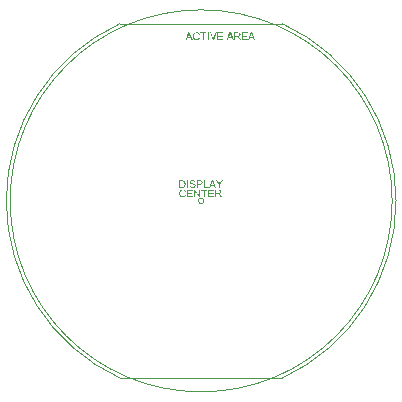
<source format=gm1>
G04*
G04 #@! TF.GenerationSoftware,Altium Limited,Altium Designer,20.1.7 (139)*
G04*
G04 Layer_Color=16711935*
%FSLAX44Y44*%
%MOMM*%
G71*
G04*
G04 #@! TF.SameCoordinates,99CDB543-8891-4245-8F14-29871282C811*
G04*
G04*
G04 #@! TF.FilePolarity,Positive*
G04*
G01*
G75*
%ADD10C,0.1000*%
%ADD147C,0.0250*%
G36*
X-3662Y142672D02*
X-3579Y142663D01*
X-3477Y142654D01*
X-3376Y142645D01*
X-3255Y142617D01*
X-3006Y142561D01*
X-2729Y142478D01*
X-2590Y142423D01*
X-2460Y142358D01*
X-2331Y142275D01*
X-2201Y142191D01*
X-2192Y142182D01*
X-2174Y142173D01*
X-2137Y142145D01*
X-2091Y142099D01*
X-2044Y142053D01*
X-1980Y141988D01*
X-1915Y141914D01*
X-1841Y141840D01*
X-1767Y141748D01*
X-1693Y141637D01*
X-1610Y141526D01*
X-1536Y141406D01*
X-1471Y141267D01*
X-1397Y141128D01*
X-1342Y140980D01*
X-1286Y140814D01*
X-2118Y140620D01*
Y140629D01*
X-2128Y140647D01*
X-2146Y140684D01*
X-2165Y140731D01*
X-2183Y140786D01*
X-2211Y140860D01*
X-2285Y141008D01*
X-2377Y141174D01*
X-2488Y141341D01*
X-2627Y141498D01*
X-2775Y141637D01*
X-2793Y141655D01*
X-2849Y141692D01*
X-2941Y141738D01*
X-3061Y141803D01*
X-3219Y141859D01*
X-3394Y141914D01*
X-3607Y141951D01*
X-3838Y141960D01*
X-3912D01*
X-3958Y141951D01*
X-4023D01*
X-4097Y141942D01*
X-4272Y141914D01*
X-4467Y141877D01*
X-4670Y141812D01*
X-4883Y141720D01*
X-5077Y141600D01*
X-5086D01*
X-5095Y141581D01*
X-5160Y141535D01*
X-5243Y141461D01*
X-5345Y141350D01*
X-5465Y141211D01*
X-5576Y141054D01*
X-5678Y140860D01*
X-5770Y140647D01*
Y140638D01*
X-5780Y140620D01*
X-5789Y140592D01*
X-5798Y140546D01*
X-5817Y140490D01*
X-5835Y140426D01*
X-5863Y140268D01*
X-5900Y140084D01*
X-5937Y139880D01*
X-5955Y139658D01*
X-5964Y139418D01*
Y139409D01*
Y139381D01*
Y139335D01*
Y139279D01*
X-5955Y139214D01*
Y139131D01*
X-5946Y139039D01*
X-5937Y138937D01*
X-5909Y138715D01*
X-5863Y138475D01*
X-5807Y138234D01*
X-5733Y137994D01*
Y137985D01*
X-5724Y137966D01*
X-5706Y137938D01*
X-5687Y137892D01*
X-5632Y137781D01*
X-5548Y137652D01*
X-5447Y137504D01*
X-5317Y137347D01*
X-5169Y137208D01*
X-4994Y137079D01*
X-4984D01*
X-4966Y137069D01*
X-4938Y137051D01*
X-4901Y137032D01*
X-4855Y137014D01*
X-4800Y136986D01*
X-4670Y136931D01*
X-4504Y136875D01*
X-4319Y136829D01*
X-4115Y136792D01*
X-3903Y136783D01*
X-3838D01*
X-3783Y136792D01*
X-3718D01*
X-3653Y136801D01*
X-3487Y136838D01*
X-3293Y136884D01*
X-3098Y136959D01*
X-2895Y137060D01*
X-2793Y137116D01*
X-2701Y137190D01*
X-2691Y137199D01*
X-2682Y137208D01*
X-2655Y137236D01*
X-2618Y137264D01*
X-2581Y137310D01*
X-2534Y137365D01*
X-2479Y137421D01*
X-2433Y137495D01*
X-2377Y137578D01*
X-2313Y137670D01*
X-2257Y137763D01*
X-2201Y137874D01*
X-2155Y137994D01*
X-2109Y138123D01*
X-2063Y138262D01*
X-2026Y138410D01*
X-1175Y138197D01*
Y138188D01*
X-1185Y138151D01*
X-1203Y138096D01*
X-1231Y138022D01*
X-1259Y137938D01*
X-1295Y137837D01*
X-1342Y137726D01*
X-1397Y137606D01*
X-1527Y137347D01*
X-1693Y137088D01*
X-1795Y136959D01*
X-1896Y136829D01*
X-2007Y136718D01*
X-2137Y136607D01*
X-2146Y136598D01*
X-2165Y136579D01*
X-2211Y136561D01*
X-2257Y136524D01*
X-2331Y136478D01*
X-2405Y136432D01*
X-2507Y136385D01*
X-2608Y136339D01*
X-2729Y136284D01*
X-2858Y136237D01*
X-2997Y136191D01*
X-3145Y136145D01*
X-3302Y136108D01*
X-3468Y136089D01*
X-3644Y136071D01*
X-3829Y136062D01*
X-3930D01*
X-4004Y136071D01*
X-4088D01*
X-4189Y136080D01*
X-4300Y136099D01*
X-4430Y136117D01*
X-4698Y136163D01*
X-4975Y136237D01*
X-5253Y136339D01*
X-5382Y136404D01*
X-5511Y136478D01*
X-5521Y136487D01*
X-5539Y136496D01*
X-5576Y136524D01*
X-5613Y136561D01*
X-5669Y136598D01*
X-5733Y136653D01*
X-5807Y136718D01*
X-5881Y136792D01*
X-5955Y136875D01*
X-6038Y136959D01*
X-6205Y137171D01*
X-6362Y137421D01*
X-6501Y137698D01*
Y137707D01*
X-6519Y137735D01*
X-6528Y137781D01*
X-6556Y137837D01*
X-6575Y137911D01*
X-6602Y138003D01*
X-6639Y138105D01*
X-6667Y138216D01*
X-6695Y138336D01*
X-6732Y138475D01*
X-6778Y138761D01*
X-6815Y139085D01*
X-6834Y139418D01*
Y139427D01*
Y139464D01*
Y139520D01*
X-6824Y139584D01*
Y139677D01*
X-6815Y139769D01*
X-6806Y139889D01*
X-6787Y140009D01*
X-6741Y140278D01*
X-6676Y140574D01*
X-6584Y140869D01*
X-6454Y141156D01*
X-6445Y141165D01*
X-6436Y141193D01*
X-6417Y141230D01*
X-6381Y141276D01*
X-6344Y141341D01*
X-6297Y141415D01*
X-6177Y141581D01*
X-6020Y141766D01*
X-5835Y141951D01*
X-5622Y142136D01*
X-5373Y142293D01*
X-5364Y142302D01*
X-5336Y142312D01*
X-5299Y142330D01*
X-5253Y142358D01*
X-5179Y142386D01*
X-5105Y142413D01*
X-5012Y142450D01*
X-4911Y142487D01*
X-4800Y142524D01*
X-4679Y142561D01*
X-4421Y142617D01*
X-4125Y142663D01*
X-3819Y142682D01*
X-3727D01*
X-3662Y142672D01*
D02*
G37*
G36*
X10520Y136173D02*
X9633D01*
X7155Y142570D01*
X8080D01*
X9744Y137920D01*
Y137911D01*
X9753Y137892D01*
X9762Y137865D01*
X9781Y137828D01*
X9790Y137772D01*
X9808Y137717D01*
X9855Y137578D01*
X9910Y137421D01*
X9966Y137245D01*
X10077Y136875D01*
Y136884D01*
X10086Y136903D01*
X10095Y136931D01*
X10104Y136968D01*
X10132Y137069D01*
X10178Y137208D01*
X10225Y137365D01*
X10280Y137541D01*
X10345Y137726D01*
X10419Y137920D01*
X12157Y142570D01*
X13017D01*
X10520Y136173D01*
D02*
G37*
G36*
X45894D02*
X44932D01*
X44184Y138114D01*
X41502D01*
X40809Y136173D01*
X39912D01*
X42353Y142570D01*
X43278D01*
X45894Y136173D01*
D02*
G37*
G36*
X39293Y141812D02*
X35511D01*
Y139862D01*
X39052D01*
Y139103D01*
X35511D01*
Y136931D01*
X39441D01*
Y136173D01*
X34661D01*
Y142570D01*
X39293D01*
Y141812D01*
D02*
G37*
G36*
X31249Y142561D02*
X31332D01*
X31526Y142552D01*
X31730Y142524D01*
X31952Y142497D01*
X32155Y142450D01*
X32257Y142423D01*
X32340Y142395D01*
X32349D01*
X32359Y142386D01*
X32414Y142358D01*
X32497Y142321D01*
X32599Y142256D01*
X32710Y142173D01*
X32830Y142062D01*
X32941Y141933D01*
X33052Y141785D01*
Y141775D01*
X33061Y141766D01*
X33098Y141711D01*
X33135Y141618D01*
X33191Y141498D01*
X33237Y141359D01*
X33283Y141193D01*
X33311Y141017D01*
X33320Y140823D01*
Y140814D01*
Y140795D01*
Y140758D01*
X33311Y140712D01*
Y140647D01*
X33302Y140583D01*
X33265Y140426D01*
X33209Y140241D01*
X33135Y140047D01*
X33024Y139852D01*
X32950Y139760D01*
X32876Y139667D01*
X32867Y139658D01*
X32858Y139649D01*
X32830Y139621D01*
X32793Y139593D01*
X32747Y139557D01*
X32691Y139520D01*
X32617Y139473D01*
X32543Y139418D01*
X32451Y139372D01*
X32349Y139325D01*
X32238Y139270D01*
X32118Y139224D01*
X31979Y139187D01*
X31841Y139140D01*
X31684Y139113D01*
X31517Y139085D01*
X31536Y139076D01*
X31573Y139057D01*
X31628Y139020D01*
X31702Y138983D01*
X31869Y138882D01*
X31952Y138817D01*
X32026Y138761D01*
X32044Y138743D01*
X32090Y138697D01*
X32164Y138623D01*
X32257Y138530D01*
X32359Y138401D01*
X32479Y138262D01*
X32599Y138096D01*
X32728Y137911D01*
X33829Y136173D01*
X32775D01*
X31933Y137504D01*
Y137513D01*
X31915Y137532D01*
X31896Y137559D01*
X31869Y137596D01*
X31804Y137698D01*
X31721Y137828D01*
X31619Y137966D01*
X31517Y138114D01*
X31416Y138253D01*
X31323Y138382D01*
X31314Y138392D01*
X31286Y138428D01*
X31240Y138484D01*
X31175Y138549D01*
X31036Y138687D01*
X30962Y138752D01*
X30889Y138808D01*
X30879Y138817D01*
X30861Y138826D01*
X30824Y138845D01*
X30768Y138872D01*
X30713Y138900D01*
X30648Y138928D01*
X30500Y138974D01*
X30491D01*
X30472Y138983D01*
X30435D01*
X30389Y138993D01*
X30324Y139002D01*
X30250D01*
X30149Y139011D01*
X29058D01*
Y136173D01*
X28207D01*
Y142570D01*
X31175D01*
X31249Y142561D01*
D02*
G37*
G36*
X27514Y136173D02*
X26552D01*
X25803Y138114D01*
X23122D01*
X22429Y136173D01*
X21532D01*
X23973Y142570D01*
X24897D01*
X27514Y136173D01*
D02*
G37*
G36*
X18425Y141812D02*
X14644D01*
Y139862D01*
X18185D01*
Y139103D01*
X14644D01*
Y136931D01*
X18573D01*
Y136173D01*
X13793D01*
Y142570D01*
X18425D01*
Y141812D01*
D02*
G37*
G36*
X6323Y136173D02*
X5472D01*
Y142570D01*
X6323D01*
Y136173D01*
D02*
G37*
G36*
X4455Y141812D02*
X2347D01*
Y136173D01*
X1497D01*
Y141812D01*
X-611D01*
Y142570D01*
X4455D01*
Y141812D01*
D02*
G37*
G36*
X-7268Y136173D02*
X-8230D01*
X-8978Y138114D01*
X-11660D01*
X-12353Y136173D01*
X-13250D01*
X-10809Y142570D01*
X-9885D01*
X-7268Y136173D01*
D02*
G37*
G36*
X-7174Y17510D02*
X-7109D01*
X-6934Y17492D01*
X-6740Y17464D01*
X-6536Y17418D01*
X-6314Y17362D01*
X-6111Y17288D01*
X-6102D01*
X-6083Y17279D01*
X-6055Y17260D01*
X-6018Y17242D01*
X-5926Y17196D01*
X-5806Y17112D01*
X-5667Y17020D01*
X-5528Y16900D01*
X-5399Y16761D01*
X-5279Y16604D01*
Y16595D01*
X-5270Y16586D01*
X-5251Y16558D01*
X-5233Y16530D01*
X-5186Y16438D01*
X-5131Y16317D01*
X-5066Y16170D01*
X-5020Y15994D01*
X-4974Y15809D01*
X-4955Y15605D01*
X-5769Y15541D01*
Y15550D01*
Y15568D01*
X-5778Y15596D01*
X-5787Y15642D01*
X-5815Y15744D01*
X-5852Y15883D01*
X-5907Y16031D01*
X-5991Y16179D01*
X-6092Y16317D01*
X-6222Y16447D01*
X-6240Y16456D01*
X-6287Y16493D01*
X-6379Y16549D01*
X-6499Y16604D01*
X-6656Y16659D01*
X-6841Y16715D01*
X-7072Y16752D01*
X-7331Y16761D01*
X-7461D01*
X-7516Y16752D01*
X-7590Y16743D01*
X-7757Y16724D01*
X-7941Y16687D01*
X-8127Y16641D01*
X-8302Y16567D01*
X-8376Y16521D01*
X-8450Y16475D01*
X-8468Y16465D01*
X-8505Y16428D01*
X-8561Y16364D01*
X-8616Y16290D01*
X-8681Y16188D01*
X-8737Y16077D01*
X-8774Y15948D01*
X-8792Y15800D01*
Y15781D01*
Y15744D01*
X-8783Y15679D01*
X-8764Y15605D01*
X-8737Y15513D01*
X-8690Y15421D01*
X-8635Y15328D01*
X-8552Y15236D01*
X-8543Y15226D01*
X-8496Y15199D01*
X-8459Y15171D01*
X-8422Y15152D01*
X-8367Y15125D01*
X-8302Y15088D01*
X-8219Y15060D01*
X-8127Y15023D01*
X-8025Y14986D01*
X-7905Y14940D01*
X-7775Y14903D01*
X-7627Y14857D01*
X-7461Y14820D01*
X-7276Y14773D01*
X-7267D01*
X-7230Y14764D01*
X-7174Y14755D01*
X-7109Y14736D01*
X-7026Y14718D01*
X-6924Y14690D01*
X-6823Y14662D01*
X-6712Y14635D01*
X-6471Y14570D01*
X-6240Y14505D01*
X-6129Y14468D01*
X-6028Y14431D01*
X-5935Y14404D01*
X-5861Y14367D01*
X-5852D01*
X-5834Y14357D01*
X-5806Y14339D01*
X-5769Y14320D01*
X-5667Y14265D01*
X-5547Y14191D01*
X-5408Y14089D01*
X-5270Y13978D01*
X-5140Y13849D01*
X-5029Y13710D01*
X-5020Y13692D01*
X-4983Y13645D01*
X-4946Y13562D01*
X-4891Y13451D01*
X-4844Y13322D01*
X-4798Y13165D01*
X-4770Y12989D01*
X-4761Y12804D01*
Y12795D01*
Y12786D01*
Y12758D01*
Y12721D01*
X-4780Y12619D01*
X-4798Y12490D01*
X-4835Y12342D01*
X-4881Y12185D01*
X-4955Y12018D01*
X-5057Y11842D01*
Y11833D01*
X-5066Y11824D01*
X-5112Y11769D01*
X-5177Y11685D01*
X-5270Y11593D01*
X-5390Y11482D01*
X-5538Y11362D01*
X-5704Y11251D01*
X-5898Y11149D01*
X-5907D01*
X-5926Y11140D01*
X-5954Y11131D01*
X-5991Y11112D01*
X-6046Y11094D01*
X-6111Y11066D01*
X-6259Y11029D01*
X-6435Y10983D01*
X-6647Y10936D01*
X-6878Y10909D01*
X-7128Y10899D01*
X-7276D01*
X-7350Y10909D01*
X-7433D01*
X-7526Y10918D01*
X-7636Y10927D01*
X-7868Y10964D01*
X-8108Y11001D01*
X-8348Y11066D01*
X-8579Y11149D01*
X-8589D01*
X-8607Y11158D01*
X-8635Y11177D01*
X-8672Y11195D01*
X-8783Y11251D01*
X-8912Y11334D01*
X-9060Y11445D01*
X-9217Y11574D01*
X-9365Y11732D01*
X-9504Y11907D01*
Y11917D01*
X-9523Y11935D01*
X-9532Y11963D01*
X-9560Y12000D01*
X-9578Y12046D01*
X-9606Y12101D01*
X-9671Y12240D01*
X-9735Y12416D01*
X-9791Y12610D01*
X-9828Y12832D01*
X-9846Y13063D01*
X-9051Y13137D01*
Y13128D01*
Y13118D01*
X-9042Y13091D01*
Y13054D01*
X-9023Y12970D01*
X-8996Y12850D01*
X-8959Y12730D01*
X-8922Y12591D01*
X-8857Y12462D01*
X-8792Y12342D01*
X-8783Y12333D01*
X-8755Y12296D01*
X-8709Y12231D01*
X-8635Y12166D01*
X-8543Y12083D01*
X-8441Y12000D01*
X-8302Y11917D01*
X-8154Y11842D01*
X-8145D01*
X-8136Y11833D01*
X-8108Y11824D01*
X-8080Y11815D01*
X-7988Y11787D01*
X-7868Y11750D01*
X-7720Y11713D01*
X-7553Y11685D01*
X-7368Y11667D01*
X-7165Y11658D01*
X-7082D01*
X-6989Y11667D01*
X-6878Y11676D01*
X-6749Y11695D01*
X-6601Y11713D01*
X-6453Y11750D01*
X-6314Y11796D01*
X-6296Y11805D01*
X-6250Y11824D01*
X-6185Y11861D01*
X-6102Y11898D01*
X-6018Y11963D01*
X-5926Y12027D01*
X-5834Y12101D01*
X-5760Y12194D01*
X-5750Y12203D01*
X-5732Y12240D01*
X-5704Y12286D01*
X-5667Y12360D01*
X-5630Y12434D01*
X-5602Y12527D01*
X-5584Y12628D01*
X-5575Y12739D01*
Y12749D01*
Y12795D01*
X-5584Y12850D01*
X-5593Y12924D01*
X-5621Y12998D01*
X-5649Y13091D01*
X-5695Y13183D01*
X-5760Y13266D01*
X-5769Y13276D01*
X-5797Y13303D01*
X-5834Y13340D01*
X-5898Y13396D01*
X-5972Y13451D01*
X-6074Y13516D01*
X-6194Y13581D01*
X-6333Y13636D01*
X-6342Y13645D01*
X-6388Y13655D01*
X-6462Y13682D01*
X-6508Y13692D01*
X-6573Y13710D01*
X-6638Y13738D01*
X-6721Y13756D01*
X-6814Y13784D01*
X-6924Y13812D01*
X-7035Y13840D01*
X-7165Y13877D01*
X-7313Y13914D01*
X-7470Y13951D01*
X-7479D01*
X-7507Y13960D01*
X-7553Y13969D01*
X-7609Y13987D01*
X-7683Y14006D01*
X-7766Y14024D01*
X-7951Y14080D01*
X-8154Y14145D01*
X-8367Y14209D01*
X-8552Y14274D01*
X-8635Y14311D01*
X-8709Y14348D01*
X-8718D01*
X-8727Y14357D01*
X-8783Y14394D01*
X-8866Y14440D01*
X-8959Y14514D01*
X-9069Y14598D01*
X-9180Y14699D01*
X-9291Y14820D01*
X-9384Y14949D01*
X-9393Y14967D01*
X-9421Y15014D01*
X-9458Y15088D01*
X-9495Y15180D01*
X-9532Y15300D01*
X-9569Y15439D01*
X-9596Y15587D01*
X-9606Y15744D01*
Y15753D01*
Y15763D01*
Y15790D01*
Y15827D01*
X-9587Y15920D01*
X-9569Y16040D01*
X-9541Y16179D01*
X-9495Y16336D01*
X-9430Y16493D01*
X-9338Y16650D01*
Y16659D01*
X-9328Y16669D01*
X-9282Y16724D01*
X-9217Y16798D01*
X-9134Y16891D01*
X-9023Y16992D01*
X-8885Y17103D01*
X-8718Y17205D01*
X-8533Y17297D01*
X-8524D01*
X-8505Y17307D01*
X-8478Y17316D01*
X-8441Y17334D01*
X-8395Y17353D01*
X-8330Y17371D01*
X-8191Y17408D01*
X-8015Y17445D01*
X-7812Y17482D01*
X-7599Y17510D01*
X-7359Y17519D01*
X-7239D01*
X-7174Y17510D01*
D02*
G37*
G36*
X15949Y13719D02*
Y11010D01*
X15099D01*
Y13719D01*
X12630Y17408D01*
X13656D01*
X14914Y15467D01*
Y15458D01*
X14932Y15439D01*
X14951Y15411D01*
X14969Y15374D01*
X15006Y15328D01*
X15043Y15273D01*
X15126Y15134D01*
X15228Y14967D01*
X15339Y14783D01*
X15459Y14589D01*
X15570Y14385D01*
Y14394D01*
X15579Y14413D01*
X15598Y14440D01*
X15625Y14477D01*
X15653Y14524D01*
X15690Y14579D01*
X15773Y14718D01*
X15875Y14884D01*
X15995Y15079D01*
X16134Y15291D01*
X16282Y15522D01*
X17512Y17408D01*
X18501D01*
X15949Y13719D01*
D02*
G37*
G36*
X12621Y11010D02*
X11659D01*
X10910Y12952D01*
X8229D01*
X7536Y11010D01*
X6639D01*
X9080Y17408D01*
X10004D01*
X12621Y11010D01*
D02*
G37*
G36*
X3181Y11769D02*
X6334D01*
Y11010D01*
X2330D01*
Y17408D01*
X3181D01*
Y11769D01*
D02*
G37*
G36*
X-832Y17399D02*
X-675Y17390D01*
X-508Y17381D01*
X-351Y17362D01*
X-212Y17344D01*
X-194D01*
X-129Y17325D01*
X-46Y17307D01*
X65Y17279D01*
X185Y17233D01*
X315Y17177D01*
X454Y17112D01*
X574Y17039D01*
X592Y17029D01*
X629Y17002D01*
X685Y16946D01*
X759Y16881D01*
X842Y16798D01*
X925Y16687D01*
X1017Y16567D01*
X1091Y16428D01*
X1101Y16410D01*
X1119Y16364D01*
X1156Y16280D01*
X1193Y16170D01*
X1221Y16040D01*
X1258Y15892D01*
X1276Y15726D01*
X1286Y15550D01*
Y15541D01*
Y15513D01*
Y15476D01*
X1276Y15411D01*
X1267Y15347D01*
X1258Y15263D01*
X1239Y15171D01*
X1221Y15069D01*
X1156Y14857D01*
X1119Y14746D01*
X1064Y14625D01*
X999Y14505D01*
X934Y14394D01*
X851Y14283D01*
X759Y14172D01*
X749Y14163D01*
X731Y14145D01*
X703Y14117D01*
X657Y14089D01*
X601Y14043D01*
X527Y13997D01*
X435Y13941D01*
X333Y13895D01*
X213Y13840D01*
X74Y13784D01*
X-74Y13738D01*
X-249Y13701D01*
X-434Y13664D01*
X-637Y13636D01*
X-869Y13618D01*
X-1109Y13608D01*
X-2745D01*
Y11010D01*
X-3596D01*
Y17408D01*
X-970D01*
X-832Y17399D01*
D02*
G37*
G36*
X-11057Y11010D02*
X-11908D01*
Y17408D01*
X-11057D01*
Y11010D01*
D02*
G37*
G36*
X-15874Y17399D02*
X-15689Y17390D01*
X-15504Y17371D01*
X-15319Y17344D01*
X-15162Y17316D01*
X-15153D01*
X-15135Y17307D01*
X-15107D01*
X-15070Y17288D01*
X-14968Y17260D01*
X-14839Y17214D01*
X-14691Y17149D01*
X-14534Y17066D01*
X-14376Y16974D01*
X-14229Y16854D01*
X-14219Y16844D01*
X-14210Y16835D01*
X-14182Y16807D01*
X-14145Y16780D01*
X-14053Y16687D01*
X-13942Y16558D01*
X-13822Y16401D01*
X-13692Y16216D01*
X-13572Y16003D01*
X-13470Y15763D01*
Y15753D01*
X-13461Y15735D01*
X-13443Y15698D01*
X-13433Y15642D01*
X-13406Y15578D01*
X-13387Y15504D01*
X-13369Y15421D01*
X-13341Y15319D01*
X-13313Y15217D01*
X-13295Y15097D01*
X-13248Y14838D01*
X-13221Y14552D01*
X-13211Y14237D01*
Y14228D01*
Y14209D01*
Y14163D01*
Y14117D01*
X-13221Y14052D01*
Y13978D01*
X-13230Y13803D01*
X-13258Y13599D01*
X-13285Y13386D01*
X-13332Y13165D01*
X-13387Y12943D01*
Y12933D01*
X-13396Y12915D01*
X-13406Y12887D01*
X-13415Y12850D01*
X-13452Y12749D01*
X-13507Y12619D01*
X-13563Y12471D01*
X-13637Y12323D01*
X-13729Y12166D01*
X-13822Y12018D01*
X-13831Y12000D01*
X-13868Y11954D01*
X-13923Y11889D01*
X-13997Y11805D01*
X-14081Y11713D01*
X-14182Y11621D01*
X-14284Y11519D01*
X-14404Y11436D01*
X-14423Y11427D01*
X-14460Y11399D01*
X-14524Y11362D01*
X-14617Y11315D01*
X-14728Y11260D01*
X-14857Y11214D01*
X-15005Y11158D01*
X-15172Y11112D01*
X-15190D01*
X-15218Y11103D01*
X-15246Y11094D01*
X-15338Y11084D01*
X-15467Y11066D01*
X-15615Y11047D01*
X-15791Y11029D01*
X-15985Y11020D01*
X-16198Y11010D01*
X-18500D01*
Y17408D01*
X-16041D01*
X-15874Y17399D01*
D02*
G37*
G36*
X-15329Y9611D02*
X-15246Y9601D01*
X-15144Y9592D01*
X-15042Y9583D01*
X-14922Y9555D01*
X-14672Y9500D01*
X-14395Y9416D01*
X-14256Y9361D01*
X-14127Y9296D01*
X-13997Y9213D01*
X-13868Y9130D01*
X-13859Y9121D01*
X-13840Y9111D01*
X-13803Y9084D01*
X-13757Y9037D01*
X-13711Y8991D01*
X-13646Y8926D01*
X-13581Y8852D01*
X-13507Y8778D01*
X-13433Y8686D01*
X-13360Y8575D01*
X-13276Y8464D01*
X-13202Y8344D01*
X-13138Y8205D01*
X-13064Y8067D01*
X-13008Y7919D01*
X-12953Y7752D01*
X-13785Y7558D01*
Y7567D01*
X-13794Y7586D01*
X-13813Y7623D01*
X-13831Y7669D01*
X-13850Y7724D01*
X-13877Y7799D01*
X-13951Y7946D01*
X-14044Y8113D01*
X-14155Y8279D01*
X-14293Y8436D01*
X-14441Y8575D01*
X-14460Y8594D01*
X-14515Y8631D01*
X-14608Y8677D01*
X-14728Y8741D01*
X-14885Y8797D01*
X-15061Y8852D01*
X-15273Y8889D01*
X-15504Y8899D01*
X-15578D01*
X-15625Y8889D01*
X-15689D01*
X-15763Y8880D01*
X-15939Y8852D01*
X-16133Y8816D01*
X-16336Y8751D01*
X-16549Y8658D01*
X-16743Y8538D01*
X-16753D01*
X-16762Y8520D01*
X-16827Y8473D01*
X-16910Y8399D01*
X-17011Y8288D01*
X-17132Y8150D01*
X-17243Y7993D01*
X-17344Y7799D01*
X-17437Y7586D01*
Y7577D01*
X-17446Y7558D01*
X-17455Y7530D01*
X-17464Y7484D01*
X-17483Y7429D01*
X-17501Y7364D01*
X-17529Y7207D01*
X-17566Y7022D01*
X-17603Y6819D01*
X-17622Y6597D01*
X-17631Y6356D01*
Y6347D01*
Y6319D01*
Y6273D01*
Y6217D01*
X-17622Y6153D01*
Y6070D01*
X-17612Y5977D01*
X-17603Y5875D01*
X-17576Y5653D01*
X-17529Y5413D01*
X-17474Y5173D01*
X-17400Y4932D01*
Y4923D01*
X-17391Y4905D01*
X-17372Y4877D01*
X-17354Y4831D01*
X-17298Y4720D01*
X-17215Y4590D01*
X-17113Y4442D01*
X-16984Y4285D01*
X-16836Y4146D01*
X-16660Y4017D01*
X-16651D01*
X-16632Y4008D01*
X-16605Y3989D01*
X-16568Y3971D01*
X-16522Y3952D01*
X-16466Y3925D01*
X-16336Y3869D01*
X-16170Y3814D01*
X-15985Y3767D01*
X-15782Y3730D01*
X-15569Y3721D01*
X-15504D01*
X-15449Y3730D01*
X-15384D01*
X-15319Y3740D01*
X-15153Y3777D01*
X-14959Y3823D01*
X-14765Y3897D01*
X-14561Y3999D01*
X-14460Y4054D01*
X-14367Y4128D01*
X-14358Y4137D01*
X-14349Y4146D01*
X-14321Y4174D01*
X-14284Y4202D01*
X-14247Y4248D01*
X-14201Y4304D01*
X-14145Y4359D01*
X-14099Y4433D01*
X-14044Y4516D01*
X-13979Y4609D01*
X-13923Y4701D01*
X-13868Y4812D01*
X-13822Y4932D01*
X-13776Y5062D01*
X-13729Y5200D01*
X-13692Y5348D01*
X-12842Y5136D01*
Y5127D01*
X-12851Y5089D01*
X-12869Y5034D01*
X-12897Y4960D01*
X-12925Y4877D01*
X-12962Y4775D01*
X-13008Y4664D01*
X-13064Y4544D01*
X-13193Y4285D01*
X-13360Y4026D01*
X-13461Y3897D01*
X-13563Y3767D01*
X-13674Y3656D01*
X-13803Y3546D01*
X-13813Y3536D01*
X-13831Y3518D01*
X-13877Y3499D01*
X-13923Y3462D01*
X-13997Y3416D01*
X-14071Y3370D01*
X-14173Y3324D01*
X-14275Y3277D01*
X-14395Y3222D01*
X-14524Y3176D01*
X-14663Y3129D01*
X-14811Y3083D01*
X-14968Y3046D01*
X-15135Y3028D01*
X-15310Y3009D01*
X-15495Y3000D01*
X-15597D01*
X-15671Y3009D01*
X-15754D01*
X-15856Y3018D01*
X-15967Y3037D01*
X-16096Y3056D01*
X-16364Y3102D01*
X-16642Y3176D01*
X-16919Y3277D01*
X-17048Y3342D01*
X-17178Y3416D01*
X-17187Y3425D01*
X-17206Y3435D01*
X-17243Y3462D01*
X-17280Y3499D01*
X-17335Y3536D01*
X-17400Y3592D01*
X-17474Y3656D01*
X-17548Y3730D01*
X-17622Y3814D01*
X-17705Y3897D01*
X-17871Y4110D01*
X-18029Y4359D01*
X-18167Y4636D01*
Y4646D01*
X-18186Y4674D01*
X-18195Y4720D01*
X-18223Y4775D01*
X-18241Y4849D01*
X-18269Y4942D01*
X-18306Y5043D01*
X-18334Y5154D01*
X-18361Y5274D01*
X-18398Y5413D01*
X-18444Y5700D01*
X-18482Y6023D01*
X-18500Y6356D01*
Y6365D01*
Y6402D01*
Y6458D01*
X-18491Y6523D01*
Y6615D01*
X-18482Y6708D01*
X-18472Y6828D01*
X-18454Y6948D01*
X-18408Y7216D01*
X-18343Y7512D01*
X-18250Y7808D01*
X-18121Y8094D01*
X-18112Y8104D01*
X-18103Y8131D01*
X-18084Y8168D01*
X-18047Y8214D01*
X-18010Y8279D01*
X-17964Y8353D01*
X-17844Y8520D01*
X-17686Y8705D01*
X-17501Y8889D01*
X-17289Y9074D01*
X-17039Y9232D01*
X-17030Y9241D01*
X-17002Y9250D01*
X-16965Y9269D01*
X-16919Y9296D01*
X-16845Y9324D01*
X-16771Y9352D01*
X-16679Y9389D01*
X-16577Y9426D01*
X-16466Y9463D01*
X-16346Y9500D01*
X-16087Y9555D01*
X-15791Y9601D01*
X-15486Y9620D01*
X-15394D01*
X-15329Y9611D01*
D02*
G37*
G36*
X-804Y3111D02*
X-1682D01*
X-5029Y8131D01*
Y3111D01*
X-5843D01*
Y9509D01*
X-4974D01*
X-1618Y4479D01*
Y9509D01*
X-804D01*
Y3111D01*
D02*
G37*
G36*
X15099Y9500D02*
X15182D01*
X15376Y9490D01*
X15579Y9463D01*
X15801Y9435D01*
X16005Y9389D01*
X16106Y9361D01*
X16190Y9333D01*
X16199D01*
X16208Y9324D01*
X16263Y9296D01*
X16347Y9259D01*
X16448Y9195D01*
X16559Y9111D01*
X16680Y9000D01*
X16790Y8871D01*
X16901Y8723D01*
Y8714D01*
X16911Y8705D01*
X16948Y8649D01*
X16985Y8557D01*
X17040Y8436D01*
X17086Y8298D01*
X17133Y8131D01*
X17160Y7956D01*
X17170Y7761D01*
Y7752D01*
Y7734D01*
Y7697D01*
X17160Y7651D01*
Y7586D01*
X17151Y7521D01*
X17114Y7364D01*
X17059Y7179D01*
X16985Y6985D01*
X16874Y6791D01*
X16800Y6698D01*
X16726Y6606D01*
X16717Y6597D01*
X16707Y6587D01*
X16680Y6560D01*
X16643Y6532D01*
X16596Y6495D01*
X16541Y6458D01*
X16467Y6412D01*
X16393Y6356D01*
X16300Y6310D01*
X16199Y6264D01*
X16088Y6208D01*
X15968Y6162D01*
X15829Y6125D01*
X15690Y6079D01*
X15533Y6051D01*
X15367Y6023D01*
X15385Y6014D01*
X15422Y5996D01*
X15478Y5959D01*
X15552Y5922D01*
X15718Y5820D01*
X15801Y5755D01*
X15875Y5700D01*
X15894Y5681D01*
X15940Y5635D01*
X16014Y5561D01*
X16106Y5469D01*
X16208Y5339D01*
X16328Y5200D01*
X16448Y5034D01*
X16578Y4849D01*
X17678Y3111D01*
X16624D01*
X15783Y4442D01*
Y4452D01*
X15764Y4470D01*
X15746Y4498D01*
X15718Y4535D01*
X15653Y4636D01*
X15570Y4766D01*
X15468Y4905D01*
X15367Y5052D01*
X15265Y5191D01*
X15172Y5321D01*
X15163Y5330D01*
X15136Y5367D01*
X15089Y5422D01*
X15024Y5487D01*
X14886Y5626D01*
X14812Y5691D01*
X14738Y5746D01*
X14729Y5755D01*
X14710Y5764D01*
X14673Y5783D01*
X14618Y5811D01*
X14562Y5838D01*
X14497Y5866D01*
X14350Y5912D01*
X14340D01*
X14322Y5922D01*
X14285D01*
X14239Y5931D01*
X14174Y5940D01*
X14100D01*
X13998Y5949D01*
X12907D01*
Y3111D01*
X12057D01*
Y9509D01*
X15024D01*
X15099Y9500D01*
D02*
G37*
G36*
X10725Y8751D02*
X6944D01*
Y6800D01*
X10485D01*
Y6042D01*
X6944D01*
Y3869D01*
X10873D01*
Y3111D01*
X6093D01*
Y9509D01*
X10725D01*
Y8751D01*
D02*
G37*
G36*
X5206D02*
X3098D01*
Y3111D01*
X2247D01*
Y8751D01*
X139D01*
Y9509D01*
X5206D01*
Y8751D01*
D02*
G37*
G36*
X-7156D02*
X-10937D01*
Y6800D01*
X-7396D01*
Y6042D01*
X-10937D01*
Y3869D01*
X-7008D01*
Y3111D01*
X-11788D01*
Y9509D01*
X-7156D01*
Y8751D01*
D02*
G37*
%LPC*%
G36*
X42797Y141905D02*
Y141896D01*
X42788Y141877D01*
Y141840D01*
X42769Y141803D01*
X42760Y141738D01*
X42741Y141674D01*
X42704Y141517D01*
X42658Y141332D01*
X42593Y141128D01*
X42529Y140906D01*
X42446Y140675D01*
X41752Y138808D01*
X43916D01*
X43250Y140564D01*
Y140574D01*
X43241Y140601D01*
X43222Y140647D01*
X43204Y140703D01*
X43176Y140768D01*
X43148Y140851D01*
X43120Y140943D01*
X43083Y141036D01*
X43010Y141248D01*
X42936Y141470D01*
X42861Y141692D01*
X42797Y141905D01*
D02*
G37*
G36*
X31073Y141859D02*
X29058D01*
Y139741D01*
X30962D01*
X31073Y139751D01*
X31203Y139760D01*
X31351Y139769D01*
X31499Y139788D01*
X31647Y139815D01*
X31776Y139852D01*
X31795Y139862D01*
X31832Y139880D01*
X31887Y139908D01*
X31961Y139945D01*
X32044Y140000D01*
X32127Y140065D01*
X32211Y140148D01*
X32275Y140241D01*
X32285Y140250D01*
X32303Y140287D01*
X32331Y140342D01*
X32368Y140416D01*
X32396Y140499D01*
X32423Y140592D01*
X32442Y140703D01*
X32451Y140814D01*
Y140823D01*
Y140832D01*
X32442Y140888D01*
X32432Y140971D01*
X32414Y141082D01*
X32368Y141193D01*
X32312Y141322D01*
X32229Y141443D01*
X32118Y141563D01*
X32100Y141572D01*
X32053Y141609D01*
X31979Y141655D01*
X31859Y141711D01*
X31721Y141766D01*
X31536Y141812D01*
X31323Y141849D01*
X31073Y141859D01*
D02*
G37*
G36*
X24417Y141905D02*
Y141896D01*
X24407Y141877D01*
Y141840D01*
X24389Y141803D01*
X24380Y141738D01*
X24361Y141674D01*
X24324Y141517D01*
X24278Y141332D01*
X24213Y141128D01*
X24148Y140906D01*
X24065Y140675D01*
X23372Y138808D01*
X25535D01*
X24870Y140564D01*
Y140574D01*
X24860Y140601D01*
X24842Y140647D01*
X24823Y140703D01*
X24796Y140768D01*
X24768Y140851D01*
X24740Y140943D01*
X24703Y141036D01*
X24629Y141248D01*
X24555Y141470D01*
X24481Y141692D01*
X24417Y141905D01*
D02*
G37*
G36*
X-10365D02*
Y141896D01*
X-10375Y141877D01*
Y141840D01*
X-10393Y141803D01*
X-10402Y141738D01*
X-10421Y141674D01*
X-10458Y141517D01*
X-10504Y141332D01*
X-10569Y141128D01*
X-10633Y140906D01*
X-10717Y140675D01*
X-11410Y138808D01*
X-9247D01*
X-9912Y140564D01*
Y140574D01*
X-9922Y140601D01*
X-9940Y140647D01*
X-9959Y140703D01*
X-9986Y140768D01*
X-10014Y140851D01*
X-10042Y140943D01*
X-10079Y141036D01*
X-10153Y141248D01*
X-10227Y141470D01*
X-10301Y141692D01*
X-10365Y141905D01*
D02*
G37*
G36*
X9523Y16743D02*
Y16733D01*
X9514Y16715D01*
Y16678D01*
X9496Y16641D01*
X9486Y16576D01*
X9468Y16511D01*
X9431Y16354D01*
X9385Y16170D01*
X9320Y15966D01*
X9255Y15744D01*
X9172Y15513D01*
X8479Y13645D01*
X10642D01*
X9976Y15402D01*
Y15411D01*
X9967Y15439D01*
X9949Y15485D01*
X9930Y15541D01*
X9902Y15605D01*
X9875Y15689D01*
X9847Y15781D01*
X9810Y15874D01*
X9736Y16086D01*
X9662Y16308D01*
X9588Y16530D01*
X9523Y16743D01*
D02*
G37*
G36*
X-915Y16650D02*
X-2745D01*
Y14367D01*
X-1026D01*
X-961Y14376D01*
X-896D01*
X-822Y14385D01*
X-647Y14404D01*
X-453Y14440D01*
X-258Y14496D01*
X-83Y14570D01*
X0Y14616D01*
X65Y14672D01*
X84Y14690D01*
X121Y14727D01*
X176Y14801D01*
X241Y14894D01*
X305Y15014D01*
X361Y15162D01*
X398Y15328D01*
X417Y15522D01*
Y15532D01*
Y15541D01*
Y15587D01*
X407Y15670D01*
X389Y15763D01*
X370Y15864D01*
X333Y15985D01*
X278Y16095D01*
X213Y16206D01*
X204Y16216D01*
X176Y16253D01*
X130Y16299D01*
X74Y16364D01*
X-9Y16428D01*
X-101Y16484D01*
X-203Y16539D01*
X-323Y16586D01*
X-332D01*
X-369Y16595D01*
X-425Y16604D01*
X-499Y16623D01*
X-610Y16632D01*
X-749Y16641D01*
X-915Y16650D01*
D02*
G37*
G36*
X-16170D02*
X-17649D01*
Y11769D01*
X-16133D01*
X-16068Y11778D01*
X-15930Y11787D01*
X-15773Y11796D01*
X-15606Y11815D01*
X-15440Y11842D01*
X-15301Y11880D01*
X-15282Y11889D01*
X-15236Y11898D01*
X-15172Y11926D01*
X-15088Y11963D01*
X-14996Y12018D01*
X-14904Y12074D01*
X-14811Y12138D01*
X-14719Y12212D01*
X-14709Y12231D01*
X-14672Y12268D01*
X-14617Y12333D01*
X-14552Y12425D01*
X-14478Y12545D01*
X-14395Y12684D01*
X-14321Y12841D01*
X-14256Y13017D01*
Y13026D01*
X-14247Y13044D01*
X-14238Y13072D01*
X-14229Y13109D01*
X-14219Y13155D01*
X-14201Y13220D01*
X-14182Y13285D01*
X-14164Y13359D01*
X-14136Y13544D01*
X-14108Y13756D01*
X-14090Y13997D01*
X-14081Y14256D01*
Y14265D01*
Y14302D01*
Y14348D01*
X-14090Y14422D01*
Y14505D01*
X-14099Y14598D01*
X-14108Y14709D01*
X-14118Y14820D01*
X-14164Y15069D01*
X-14219Y15328D01*
X-14303Y15568D01*
X-14358Y15689D01*
X-14413Y15790D01*
Y15800D01*
X-14432Y15818D01*
X-14450Y15846D01*
X-14469Y15883D01*
X-14543Y15975D01*
X-14635Y16086D01*
X-14756Y16206D01*
X-14894Y16327D01*
X-15051Y16428D01*
X-15218Y16511D01*
X-15236Y16521D01*
X-15282Y16530D01*
X-15366Y16558D01*
X-15486Y16586D01*
X-15634Y16604D01*
X-15819Y16632D01*
X-15930Y16641D01*
X-16050D01*
X-16170Y16650D01*
D02*
G37*
G36*
X14923Y8797D02*
X12907D01*
Y6680D01*
X14812D01*
X14923Y6689D01*
X15052Y6698D01*
X15200Y6708D01*
X15348Y6726D01*
X15496Y6754D01*
X15625Y6791D01*
X15644Y6800D01*
X15681Y6819D01*
X15736Y6846D01*
X15810Y6883D01*
X15894Y6939D01*
X15977Y7003D01*
X16060Y7087D01*
X16125Y7179D01*
X16134Y7188D01*
X16152Y7225D01*
X16180Y7281D01*
X16217Y7355D01*
X16245Y7438D01*
X16273Y7530D01*
X16291Y7641D01*
X16300Y7752D01*
Y7761D01*
Y7771D01*
X16291Y7826D01*
X16282Y7909D01*
X16263Y8020D01*
X16217Y8131D01*
X16162Y8261D01*
X16078Y8381D01*
X15968Y8501D01*
X15949Y8510D01*
X15903Y8547D01*
X15829Y8594D01*
X15709Y8649D01*
X15570Y8705D01*
X15385Y8751D01*
X15172Y8788D01*
X14923Y8797D01*
D02*
G37*
%LPD*%
D10*
X2372Y0D02*
G03*
X2372Y0I-2372J0D01*
G01*
X161700D02*
G03*
X161700Y0I-161700J0D01*
G01*
D147*
X-68750Y150000D02*
G03*
X-68750Y-150000I68750J-150000D01*
G01*
X68750D02*
G03*
X68750Y150000I-68750J150000D01*
G01*
X-68748Y-150004D02*
X68746D01*
X-68748Y149996D02*
X68746D01*
M02*

</source>
